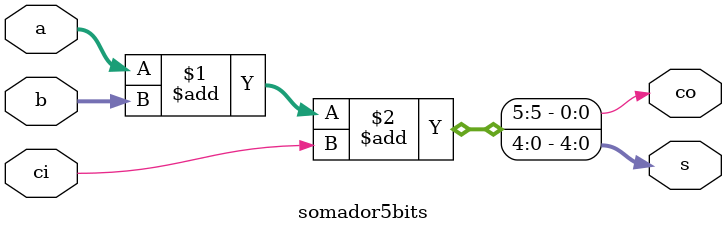
<source format=v>
module somador5bits(a, b, ci, co, s);
input [4:0] a;
input [4:0] b;
input ci;
output co;
output [4:0] s;

assign {co, s} = a + b + ci;

endmodule	
</source>
